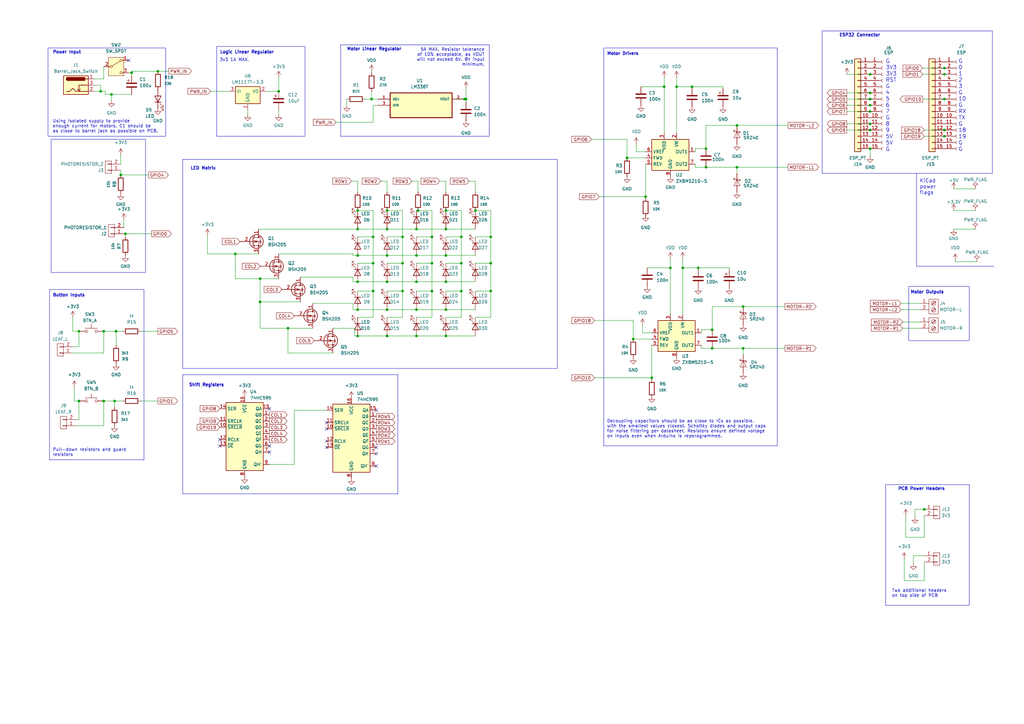
<source format=kicad_sch>
(kicad_sch (version 20230121) (generator eeschema)
  (paper "A3")
  (title_block (title "ESP32 Breadboard Robot Breakout") (date "2024-09-21") (rev "A") (company "C. Varney, A. Walker, K. Jones"))
  (junction (at 283.845 35.56))
  (junction (at 356.87 60.96))
  (junction (at 280.035 109.855))
  (junction (at 146.685 86.36))
  (junction (at 289.56 60.96))
  (junction (at 158.75 127))
  (junction (at 153.035 107.95))
  (junction (at 289.56 68.58))
  (junction (at 182.88 115.57))
  (junction (at 47.625 135.89))
  (junction (at 182.88 137.795))
  (junction (at 201.295 119.38))
  (junction (at 41.275 37.465))
  (junction (at 356.87 53.34))
  (junction (at 292.1 142.875))
  (junction (at 42.545 135.89))
  (junction (at 42.545 164.465))
  (junction (at 286.385 109.855))
  (junction (at 32.385 135.89))
  (junction (at 152.4 40.64))
  (junction (at 158.75 93.98))
  (junction (at 46.99 164.465))
  (junction (at 272.415 35.56))
  (junction (at 158.75 104.775))
  (junction (at 64.77 29.21))
  (junction (at 292.1 135.255))
  (junction (at 165.1 97.155))
  (junction (at 356.87 30.48))
  (junction (at 189.23 97.155))
  (junction (at 387.35 53.34))
  (junction (at 182.88 104.775))
  (junction (at 182.88 93.98))
  (junction (at 146.685 104.775))
  (junction (at 387.35 30.48))
  (junction (at 189.23 107.95))
  (junction (at 379.095 208.915))
  (junction (at 170.815 115.57))
  (junction (at 53.975 29.845))
  (junction (at 257.175 64.77))
  (junction (at 146.685 137.795))
  (junction (at 201.295 97.155))
  (junction (at 190.5 40.64))
  (junction (at 177.165 119.38))
  (junction (at 302.26 68.58))
  (junction (at 387.35 40.64))
  (junction (at 146.685 93.98))
  (junction (at 356.87 38.1))
  (junction (at 49.53 71.755))
  (junction (at 170.815 137.795))
  (junction (at 277.495 35.56))
  (junction (at 201.295 107.95))
  (junction (at 194.945 86.36))
  (junction (at 267.335 154.94))
  (junction (at 153.035 97.155))
  (junction (at 45.72 38.735))
  (junction (at 182.88 86.36))
  (junction (at 171.45 86.36))
  (junction (at 165.1 119.38))
  (junction (at 158.75 86.36))
  (junction (at 304.8 142.875))
  (junction (at 153.035 119.38))
  (junction (at 387.35 27.94))
  (junction (at 146.685 127))
  (junction (at 189.23 119.38))
  (junction (at 264.795 80.645))
  (junction (at 302.26 51.435))
  (junction (at 259.715 139.065))
  (junction (at 356.87 45.72))
  (junction (at 356.87 50.8))
  (junction (at 96.52 104.14))
  (junction (at 114.3 37.465))
  (junction (at 32.385 164.465))
  (junction (at 170.815 93.98))
  (junction (at 356.87 43.18))
  (junction (at 51.435 95.885))
  (junction (at 106.68 123.825))
  (junction (at 165.1 107.95))
  (junction (at 182.88 127))
  (junction (at 106.68 114.3))
  (junction (at 191.135 40.64))
  (junction (at 274.955 109.855))
  (junction (at 177.165 97.155))
  (junction (at 118.11 134.62))
  (junction (at 387.35 55.88))
  (junction (at 170.815 127))
  (junction (at 170.815 104.775))
  (junction (at 146.685 115.57))
  (junction (at 304.8 125.73))
  (junction (at 177.165 107.95))
  (junction (at 356.87 40.64))
  (junction (at 158.75 115.57))
  (junction (at 158.75 137.795))
  (no_connect (at 110.49 167.64))
  (no_connect (at 154.305 186.055))
  (no_connect (at 90.17 182.88))
  (no_connect (at 110.49 185.42))
  (no_connect (at 133.985 175.895))
  (no_connect (at 133.985 180.975))
  (no_connect (at 90.17 180.34))
  (no_connect (at 133.985 173.355))
  (no_connect (at 133.985 183.515))
  (no_connect (at 154.305 183.515))
  (no_connect (at 154.305 168.275))
  (no_connect (at 110.49 182.88))
  (no_connect (at 52.705 24.765))
  (no_connect (at 154.305 191.135))
  (wire (pts (xy 53.975 29.845) (xy 53.975 31.115)))
  (wire (pts (xy 171.45 78.74) (xy 171.45 74.295)))
  (wire (pts (xy 171.45 74.295) (xy 168.91 74.295)))
  (wire (pts (xy 123.19 113.665) (xy 144.78 113.665)))
  (wire (pts (xy 153.035 119.38) (xy 153.035 130.175)))
  (wire (pts (xy 144.78 104.14) (xy 144.78 104.775)))
  (wire (pts (xy 391.16 77.47) (xy 400.05 77.47)))
  (wire (pts (xy 144.78 115.57) (xy 146.685 115.57)))
  (wire (pts (xy 153.035 119.38) (xy 146.685 119.38)))
  (wire (pts (xy 32.385 164.465) (xy 30.48 164.465)))
  (wire (pts (xy 265.43 109.855) (xy 274.955 109.855)))
  (polyline (pts (xy 375.92 109.22) (xy 375.92 71.12)))
  (wire (pts (xy 259.715 139.065) (xy 259.715 131.445)))
  (wire (pts (xy 189.23 86.36) (xy 189.23 97.155)))
  (wire (pts (xy 38.735 32.385) (xy 42.545 32.385)))
  (wire (pts (xy 158.75 137.795) (xy 170.815 137.795)))
  (wire (pts (xy 182.88 93.98) (xy 194.945 93.98)))
  (wire (pts (xy 267.335 136.525) (xy 263.525 136.525)))
  (wire (pts (xy 287.655 135.255) (xy 287.655 136.525)))
  (wire (pts (xy 144.78 124.46) (xy 144.78 127)))
  (wire (pts (xy 41.275 37.465) (xy 38.735 37.465)))
  (wire (pts (xy 201.295 97.155) (xy 201.295 107.95)))
  (wire (pts (xy 146.685 115.57) (xy 158.75 115.57)))
  (wire (pts (xy 189.23 107.95) (xy 189.23 119.38)))
  (wire (pts (xy 286.385 109.855) (xy 286.385 110.49)))
  (wire (pts (xy 158.75 93.98) (xy 170.815 93.98)))
  (wire (pts (xy 189.23 119.38) (xy 189.23 130.175)))
  (wire (pts (xy 274.955 106.045) (xy 274.955 109.855)))
  (wire (pts (xy 170.815 86.36) (xy 171.45 86.36)))
  (wire (pts (xy 158.75 97.155) (xy 165.1 97.155)))
  (wire (pts (xy 38.735 34.925) (xy 41.275 34.925)))
  (wire (pts (xy 114.3 114.3) (xy 106.68 114.3)))
  (wire (pts (xy 370.205 134.62) (xy 377.19 134.62)))
  (wire (pts (xy 391.795 107.315) (xy 400.685 107.315)))
  (wire (pts (xy 31.115 172.085) (xy 32.385 172.085)))
  (wire (pts (xy 47.625 135.89) (xy 50.165 135.89)))
  (wire (pts (xy 182.88 74.295) (xy 180.34 74.295)))
  (wire (pts (xy 379.095 220.345) (xy 379.095 211.455)))
  (wire (pts (xy 182.88 127) (xy 194.945 127)))
  (wire (pts (xy 85.09 96.52) (xy 85.09 104.14)))
  (wire (pts (xy 96.52 104.14) (xy 96.52 114.3)))
  (wire (pts (xy 272.415 35.56) (xy 272.415 54.61)))
  (wire (pts (xy 120.65 190.5) (xy 120.65 168.275)))
  (wire (pts (xy 379.095 220.345) (xy 371.475 220.345)))
  (wire (pts (xy 146.685 137.795) (xy 158.75 137.795)))
  (wire (pts (xy 42.545 164.465) (xy 46.99 164.465)))
  (wire (pts (xy 378.46 27.94) (xy 387.35 27.94)))
  (wire (pts (xy 158.75 74.295) (xy 156.21 74.295)))
  (wire (pts (xy 194.945 74.295) (xy 192.405 74.295)))
  (wire (pts (xy 194.945 97.155) (xy 201.295 97.155)))
  (wire (pts (xy 42.545 144.78) (xy 29.845 144.78)))
  (wire (pts (xy 136.525 134.62) (xy 145.415 134.62)))
  (wire (pts (xy 106.68 134.62) (xy 118.11 134.62)))
  (wire (pts (xy 145.415 137.795) (xy 146.685 137.795)))
  (wire (pts (xy 177.165 97.155) (xy 177.165 107.95)))
  (wire (pts (xy 369.57 127) (xy 377.19 127)))
  (wire (pts (xy 42.545 174.625) (xy 31.115 174.625)))
  (wire (pts (xy 170.815 104.775) (xy 182.88 104.775)))
  (wire (pts (xy 106.045 93.98) (xy 146.685 93.98)))
  (wire (pts (xy 114.3 104.14) (xy 144.78 104.14)))
  (wire (pts (xy 285.115 60.96) (xy 285.115 62.23)))
  (wire (pts (xy 53.975 29.21) (xy 64.77 29.21)))
  (wire (pts (xy 289.56 51.435) (xy 302.26 51.435)))
  (wire (pts (xy 259.715 131.445) (xy 243.84 131.445)))
  (wire (pts (xy 285.115 68.58) (xy 289.56 68.58)))
  (wire (pts (xy 243.84 154.94) (xy 267.335 154.94)))
  (wire (pts (xy 356.87 60.96) (xy 356.87 64.135)))
  (wire (pts (xy 146.685 74.295) (xy 144.145 74.295)))
  (wire (pts (xy 45.72 38.735) (xy 43.18 38.735)))
  (wire (pts (xy 262.89 35.56) (xy 272.415 35.56)))
  (wire (pts (xy 292.1 125.73) (xy 304.8 125.73)))
  (wire (pts (xy 391.16 93.98) (xy 400.05 93.98)))
  (wire (pts (xy 194.945 78.74) (xy 194.945 74.295)))
  (wire (pts (xy 154.94 43.18) (xy 153.035 43.18)))
  (wire (pts (xy 128.27 124.46) (xy 144.78 124.46)))
  (wire (pts (xy 257.175 64.77) (xy 257.175 57.15)))
  (wire (pts (xy 177.165 119.38) (xy 177.165 130.175)))
  (wire (pts (xy 43.18 38.735) (xy 43.18 37.465)))
  (wire (pts (xy 109.22 37.465) (xy 114.3 37.465)))
  (wire (pts (xy 182.88 86.36) (xy 189.23 86.36)))
  (wire (pts (xy 49.53 63.5) (xy 49.53 67.31)))
  (wire (pts (xy 42.545 32.385) (xy 42.545 27.305)))
  (wire (pts (xy 106.68 123.825) (xy 106.68 134.62)))
  (wire (pts (xy 153.035 107.95) (xy 153.035 119.38)))
  (wire (pts (xy 194.945 86.36) (xy 201.295 86.36)))
  (wire (pts (xy 379.095 227.965) (xy 374.65 227.965)))
  (wire (pts (xy 96.52 104.14) (xy 85.09 104.14)))
  (wire (pts (xy 51.435 95.885) (xy 62.23 95.885)))
  (wire (pts (xy 153.035 130.175) (xy 146.685 130.175)))
  (wire (pts (xy 347.345 43.18) (xy 356.87 43.18)))
  (wire (pts (xy 289.56 51.435) (xy 289.56 60.96)))
  (wire (pts (xy 187.325 40.64) (xy 190.5 40.64)))
  (wire (pts (xy 41.275 34.925) (xy 41.275 37.465)))
  (wire (pts (xy 257.175 57.15) (xy 242.57 57.15)))
  (wire (pts (xy 378.46 40.64) (xy 387.35 40.64)))
  (wire (pts (xy 182.88 137.795) (xy 194.945 137.795)))
  (wire (pts (xy 375.285 208.915) (xy 375.285 212.09)))
  (wire (pts (xy 201.295 130.175) (xy 194.945 130.175)))
  (wire (pts (xy 201.295 107.95) (xy 194.945 107.95)))
  (wire (pts (xy 165.1 119.38) (xy 165.1 130.175)))
  (wire (pts (xy 260.985 62.23) (xy 260.985 59.055)))
  (wire (pts (xy 189.23 107.95) (xy 182.88 107.95)))
  (wire (pts (xy 201.295 107.95) (xy 201.295 119.38)))
  (wire (pts (xy 42.545 164.465) (xy 42.545 174.625)))
  (wire (pts (xy 189.23 130.175) (xy 182.88 130.175)))
  (wire (pts (xy 101.6 45.085) (xy 101.6 46.99)))
  (wire (pts (xy 190.5 40.64) (xy 191.135 40.64)))
  (wire (pts (xy 29.845 142.24) (xy 32.385 142.24)))
  (wire (pts (xy 304.8 125.73) (xy 321.945 125.73)))
  (wire (pts (xy 165.1 130.175) (xy 158.75 130.175)))
  (wire (pts (xy 264.795 62.23) (xy 260.985 62.23)))
  (wire (pts (xy 64.77 135.89) (xy 57.785 135.89)))
  (wire (pts (xy 277.495 35.56) (xy 277.495 54.61)))
  (wire (pts (xy 182.88 115.57) (xy 194.945 115.57)))
  (wire (pts (xy 106.68 114.3) (xy 106.68 123.825)))
  (wire (pts (xy 264.795 88.9) (xy 264.795 88.265)))
  (wire (pts (xy 391.16 86.36) (xy 400.05 86.36)))
  (wire (pts (xy 321.945 142.875) (xy 304.8 142.875)))
  (wire (pts (xy 347.345 40.64) (xy 356.87 40.64)))
  (wire (pts (xy 158.75 78.74) (xy 158.75 74.295)))
  (wire (pts (xy 114.3 31.75) (xy 114.3 37.465)))
  (wire (pts (xy 280.035 109.855) (xy 280.035 128.905)))
  (wire (pts (xy 171.45 86.36) (xy 177.165 86.36)))
  (wire (pts (xy 32.385 142.24) (xy 32.385 135.89)))
  (wire (pts (xy 60.96 71.755) (xy 49.53 71.755)))
  (wire (pts (xy 153.035 50.165) (xy 137.795 50.165)))
  (wire (pts (xy 177.165 130.175) (xy 170.815 130.175)))
  (wire (pts (xy 379.095 238.125) (xy 370.84 238.125)))
  (wire (pts (xy 374.65 227.965) (xy 374.65 231.14)))
  (wire (pts (xy 64.77 29.21) (xy 69.215 29.21)))
  (wire (pts (xy 379.095 53.34) (xy 387.35 53.34)))
  (wire (pts (xy 170.815 97.155) (xy 177.165 97.155)))
  (wire (pts (xy 201.295 119.38) (xy 194.945 119.38)))
  (wire (pts (xy 285.115 60.96) (xy 289.56 60.96)))
  (wire (pts (xy 267.335 163.195) (xy 267.335 162.56)))
  (wire (pts (xy 177.165 107.95) (xy 170.815 107.95)))
  (wire (pts (xy 356.87 30.48) (xy 347.345 30.48)))
  (wire (pts (xy 146.685 78.74) (xy 146.685 74.295)))
  (wire (pts (xy 272.415 31.75) (xy 272.415 35.56)))
  (wire (pts (xy 114.3 45.085) (xy 114.3 46.99)))
  (wire (pts (xy 286.385 109.855) (xy 299.085 109.855)))
  (wire (pts (xy 379.095 208.915) (xy 375.285 208.915)))
  (wire (pts (xy 371.475 211.455) (xy 371.475 220.345)))
  (wire (pts (xy 287.655 135.255) (xy 292.1 135.255)))
  (wire (pts (xy 201.295 119.38) (xy 201.295 130.175)))
  (wire (pts (xy 30.48 158.75) (xy 30.48 164.465)))
  (wire (pts (xy 347.345 38.1) (xy 356.87 38.1)))
  (wire (pts (xy 289.56 68.58) (xy 302.26 68.58)))
  (wire (pts (xy 379.73 208.915) (xy 379.095 208.915)))
  (wire (pts (xy 45.72 38.735) (xy 45.72 41.275)))
  (wire (pts (xy 96.52 114.3) (xy 106.68 114.3)))
  (wire (pts (xy 267.335 141.605) (xy 267.335 154.94)))
  (wire (pts (xy 158.75 86.36) (xy 165.1 86.36)))
  (wire (pts (xy 201.295 86.36) (xy 201.295 97.155)))
  (wire (pts (xy 182.88 78.74) (xy 182.88 74.295)))
  (wire (pts (xy 146.685 127) (xy 158.75 127)))
  (wire (pts (xy 64.77 164.465) (xy 57.785 164.465)))
  (wire (pts (xy 264.795 67.31) (xy 264.795 80.645)))
  (wire (pts (xy 189.23 97.155) (xy 189.23 107.95)))
  (wire (pts (xy 146.685 104.775) (xy 158.75 104.775)))
  (wire (pts (xy 165.1 107.95) (xy 158.75 107.95)))
  (wire (pts (xy 165.1 97.155) (xy 165.1 107.95)))
  (wire (pts (xy 144.78 127) (xy 146.685 127)))
  (wire (pts (xy 32.385 135.89) (xy 29.845 135.89)))
  (wire (pts (xy 191.135 36.195) (xy 191.135 40.64)))
  (wire (pts (xy 369.57 124.46) (xy 377.19 124.46)))
  (wire (pts (xy 165.1 119.38) (xy 158.75 119.38)))
  (wire (pts (xy 46.99 164.465) (xy 50.165 164.465)))
  (wire (pts (xy 144.78 113.665) (xy 144.78 115.57)))
  (wire (pts (xy 170.815 93.98) (xy 182.88 93.98)))
  (wire (pts (xy 110.49 190.5) (xy 120.65 190.5)))
  (wire (pts (xy 170.815 127) (xy 182.88 127)))
  (wire (pts (xy 182.88 97.155) (xy 189.23 97.155)))
  (wire (pts (xy 245.745 80.645) (xy 264.795 80.645)))
  (wire (pts (xy 264.795 80.645) (xy 264.795 81.28)))
  (wire (pts (xy 42.545 135.89) (xy 42.545 144.78)))
  (wire (pts (xy 52.705 29.845) (xy 53.975 29.845)))
  (wire (pts (xy 170.815 115.57) (xy 182.88 115.57)))
  (wire (pts (xy 118.11 134.62) (xy 118.11 144.78)))
  (wire (pts (xy 280.035 109.855) (xy 286.385 109.855)))
  (wire (pts (xy 182.88 104.775) (xy 194.945 104.775)))
  (wire (pts (xy 49.53 71.755) (xy 49.53 69.85)))
  (wire (pts (xy 165.1 86.36) (xy 165.1 97.155)))
  (wire (pts (xy 177.165 107.95) (xy 177.165 119.38)))
  (wire (pts (xy 277.495 35.56) (xy 283.845 35.56)))
  (wire (pts (xy 86.36 37.465) (xy 93.98 37.465)))
  (wire (pts (xy 152.4 29.21) (xy 152.4 29.845)))
  (wire (pts (xy 302.26 71.12) (xy 302.26 68.58)))
  (wire (pts (xy 191.135 40.64) (xy 191.135 41.91)))
  (wire (pts (xy 287.655 142.875) (xy 292.1 142.875)))
  (wire (pts (xy 118.11 144.78) (xy 136.525 144.78)))
  (wire (pts (xy 283.845 35.56) (xy 296.545 35.56)))
  (wire (pts (xy 280.035 106.045) (xy 280.035 109.855)))
  (wire (pts (xy 347.345 53.34) (xy 356.87 53.34)))
  (wire (pts (xy 145.415 134.62) (xy 145.415 137.795)))
  (wire (pts (xy 96.52 103.505) (xy 96.52 104.14)))
  (wire (pts (xy 153.035 97.155) (xy 153.035 107.95)))
  (wire (pts (xy 292.1 142.875) (xy 304.8 142.875)))
  (wire (pts (xy 259.715 139.065) (xy 267.335 139.065)))
  (wire (pts (xy 149.86 40.64) (xy 152.4 40.64)))
  (wire (pts (xy 285.115 68.58) (xy 285.115 67.31)))
  (wire (pts (xy 370.205 132.08) (xy 377.19 132.08)))
  (wire (pts (xy 391.795 106.68) (xy 391.795 107.315)))
  (wire (pts (xy 47.625 135.89) (xy 47.625 141.605)))
  (polyline (pts (xy 407.67 109.22) (xy 375.92 109.22)))
  (wire (pts (xy 153.035 86.36) (xy 153.035 97.155)))
  (wire (pts (xy 158.75 127) (xy 170.815 127)))
  (wire (pts (xy 292.1 125.73) (xy 292.1 135.255)))
  (wire (pts (xy 287.655 142.875) (xy 287.655 141.605)))
  (wire (pts (xy 158.75 115.57) (xy 170.815 115.57)))
  (wire (pts (xy 32.385 172.085) (xy 32.385 164.465)))
  (wire (pts (xy 302.26 51.435) (xy 323.215 51.435)))
  (wire (pts (xy 189.23 119.38) (xy 182.88 119.38)))
  (wire (pts (xy 146.685 86.36) (xy 153.035 86.36)))
  (wire (pts (xy 379.095 55.88) (xy 387.35 55.88)))
  (wire (pts (xy 274.955 109.855) (xy 274.955 128.905)))
  (wire (pts (xy 43.18 37.465) (xy 41.275 37.465)))
  (wire (pts (xy 29.845 130.175) (xy 29.845 135.89)))
  (wire (pts (xy 263.525 136.525) (xy 263.525 133.35)))
  (wire (pts (xy 379.095 230.505) (xy 379.095 238.125)))
  (wire (pts (xy 177.165 86.36) (xy 177.165 97.155)))
  (wire (pts (xy 51.435 95.885) (xy 50.8 95.885)))
  (wire (pts (xy 153.035 43.18) (xy 153.035 50.165)))
  (wire (pts (xy 144.78 104.775) (xy 146.685 104.775)))
  (wire (pts (xy 323.215 68.58) (xy 302.26 68.58)))
  (wire (pts (xy 118.11 134.62) (xy 128.27 134.62)))
  (wire (pts (xy 96.52 104.14) (xy 106.045 104.14)))
  (wire (pts (xy 378.46 30.48) (xy 387.35 30.48)))
  (wire (pts (xy 53.975 29.21) (xy 53.975 29.845)))
  (wire (pts (xy 347.345 45.72) (xy 356.87 45.72)))
  (wire (pts (xy 267.335 154.94) (xy 267.335 155.575)))
  (wire (pts (xy 106.68 123.825) (xy 123.19 123.825)))
  (wire (pts (xy 42.545 135.89) (xy 47.625 135.89)))
  (wire (pts (xy 257.175 64.77) (xy 264.795 64.77)))
  (wire (pts (xy 142.24 40.64) (xy 142.24 43.18)))
  (wire (pts (xy 50.8 90.17) (xy 50.8 93.345)))
  (wire (pts (xy 177.165 119.38) (xy 170.815 119.38)))
  (wire (pts (xy 152.4 40.64) (xy 154.94 40.64)))
  (wire (pts (xy 46.99 167.005) (xy 46.99 164.465)))
  (wire (pts (xy 146.685 93.98) (xy 158.75 93.98)))
  (wire (pts (xy 299.085 109.855) (xy 299.085 110.49)))
  (wire (pts (xy 153.035 107.95) (xy 146.685 107.95)))
  (wire (pts (xy 53.975 38.735) (xy 45.72 38.735)))
  (wire (pts (xy 304.8 145.415) (xy 304.8 142.875)))
  (wire (pts (xy 296.545 35.56) (xy 296.545 36.195)))
  (wire (pts (xy 283.845 35.56) (xy 283.845 36.195)))
  (wire (pts (xy 347.345 50.8) (xy 356.87 50.8)))
  (wire (pts (xy 146.685 97.155) (xy 153.035 97.155)))
  (wire (pts (xy 277.495 31.75) (xy 277.495 35.56)))
  (wire (pts (xy 152.4 37.465) (xy 152.4 40.64)))
  (wire (pts (xy 120.65 168.275) (xy 133.985 168.275)))
  (wire (pts (xy 158.75 104.775) (xy 170.815 104.775)))
  (wire (pts (xy 51.435 97.155) (xy 51.435 95.885)))
  (wire (pts (xy 170.815 137.795) (xy 182.88 137.795)))
  (wire (pts (xy 370.84 229.235) (xy 370.84 238.125)))
  (wire (pts (xy 165.1 107.95) (xy 165.1 119.38)))
  (rectangle (start 74.93 65.405) (end 228.6 151.13))
  (rectangle (start 247.65 19.685) (end 318.77 182.88))
  (rectangle (start 19.685 19.685) (end 67.945 55.88))
  (rectangle (start 363.22 198.755) (end 397.51 248.285))
  (rectangle (start 88.9 19.05) (end 125.095 55.88))
  (rectangle (start 74.93 153.67) (end 163.195 202.565))
  (rectangle (start 139.7 18.415) (end 200.66 55.88))
  (rectangle (start 337.185 12.7) (end 407.035 71.12))
  (rectangle (start 372.745 117.475) (end 397.51 139.7))
  (rectangle (start 20.955 57.15) (end 59.69 111.76))
  (rectangle (start 20.32 118.745) (end 59.055 188.595))
  (text "5A MAX. Resistor tolerance\nof 10% acceptable, as VOUT\nwill not exceed 6V. 8V input\nminimum." (at 198.755 27.305 0) (effects (font (size 1.27 1.27)) (justify right bottom)))
  (text "Motor Outputs" (at 373.38 120.65 0) (effects (font (size 1.27 1.27) bold) (justify left bottom)))
  (text "Motor Linear Regulator" (at 142.24 20.955 0) (effects (font (size 1.27 1.27) bold) (justify left bottom)))
  (text "G\n3V3\n3V3\nRST\nG\n4\n5\n6\n7\nG\n8\n9\n5V\n5V\nG" (at 363.22 62.23 0) (effects (font (size 1.6 1.6)) (justify left bottom)))
  (text "Button Inputs" (at 21.59 121.92 0) (effects (font (size 1.27 1.27) (thickness 0.254) bold) (justify left bottom)))
  (text "Two additional headers\non top side of PCB" (at 365.76 245.11 0) (effects (font (size 1.27 1.27)) (justify left bottom)))
  (text "3v3 1A MAX." (at 102.235 25.4 0) (effects (font (size 1.27 1.27)) (justify right bottom)))
  (text "LED Matrix" (at 78.105 69.85 0) (effects (font (size 1.27 1.27) bold) (justify left bottom)))
  (text "KiCad \npower \nflags" (at 377.19 80.01 0) (effects (font (size 1.4986 1.4986)) (justify left bottom)))
  (text "Motor Drivers" (at 248.92 22.86 0) (effects (font (size 1.27 1.27) (thickness 0.254) bold) (justify left bottom)))
  (text "Logic Linear Regulator" (at 90.17 22.225 0) (effects (font (size 1.27 1.27) bold) (justify left bottom)))
  (text "G\n0\n1\n2\n3\nG\n10\nG\nRX\nTX\nG\n18\n19\nG\nG" (at 393.065 62.23 0) (effects (font (size 1.6 1.6)) (justify left bottom)))
  (text "Pull-down resistors and guard\nresistors" (at 21.59 187.325 0) (effects (font (size 1.27 1.27)) (justify left bottom)))
  (text "Shift Registers" (at 77.47 158.75 0) (effects (font (size 1.27 1.27) bold) (justify left bottom)))
  (text "Decoupling capacitors should be as close to ICs as possible,\nwith the smallest values closest. Schottky diodes and output caps\nfor noise filtering per datasheet. Resistors ensure defined voltage\non inputs even when Arduino is reporogrammed." (at 248.92 179.705 0) (effects (font (size 1.27 1.27)) (justify left bottom)))
  (text "PCB Power Headers" (at 368.3 201.295 0) (effects (font (size 1.27 1.27) bold) (justify left bottom)))
  (text "ESP32 Connector" (at 344.17 15.24 0) (effects (font (size 1.27 1.27) (thickness 0.254) bold) (justify left bottom)))
  (text "Using isolated supply to provide\nenough current for motors. C1 should be \nas close to barrel jack as possible on PCB." (at 21.59 54.61 0) (effects (font (size 1.27 1.27)) (justify left bottom)))
  (text "Power Input" (at 21.59 22.225 0) (effects (font (size 1.27 1.27) bold) (justify left bottom)))
  (global_label "MOTOR-L2" (shape output) (at 323.215 51.435 0) (property "Intersheetrefs" "${INTERSHEET_REFS}" (effects hide)))
  (global_label "MOTOR-R1" (shape output) (at 321.945 142.875 0) (property "Intersheetrefs" "${INTERSHEET_REFS}" (effects hide)))
  (global_label "ROW3" (shape input) (at 168.91 74.295 180) (property "Intersheetrefs" "${INTERSHEET_REFS}" (effects hide)))
  (global_label "COL2" (shape input) (at 106.68 109.22 180) (property "Intersheetrefs" "${INTERSHEET_REFS}" (effects hide)))
  (global_label "GPIO7" (shape input) (at 245.745 80.645 180) (property "Intersheetrefs" "${INTERSHEET_REFS}" (effects hide)))
  (global_label "COL4" (shape output) (at 110.49 177.8 0) (property "Intersheetrefs" "${INTERSHEET_REFS}" (effects hide)))
  (global_label "GPIO0" (shape input) (at 378.46 27.94 180) (property "Intersheetrefs" "${INTERSHEET_REFS}" (effects hide)))
  (global_label "COL2" (shape output) (at 110.49 172.72 0) (property "Intersheetrefs" "${INTERSHEET_REFS}" (effects hide)))
  (global_label "MOTOR-R1" (shape input) (at 370.205 134.62 180) (property "Intersheetrefs" "${INTERSHEET_REFS}" (effects hide)))
  (global_label "GPIO0" (shape output) (at 62.23 95.885 0) (property "Intersheetrefs" "${INTERSHEET_REFS}" (effects hide)))
  (global_label "GPIO7" (shape output) (at 347.345 45.72 180) (property "Intersheetrefs" "${INTERSHEET_REFS}" (effects hide)))
  (global_label "GPIO19" (shape input) (at 379.095 55.88 180) (property "Intersheetrefs" "${INTERSHEET_REFS}" (effects hide)))
  (global_label "GPIO19" (shape input) (at 90.17 175.26 180) (property "Intersheetrefs" "${INTERSHEET_REFS}" (effects hide)))
  (global_label "MOTOR-L1" (shape input) (at 369.57 124.46 180) (property "Intersheetrefs" "${INTERSHEET_REFS}" (effects hide)))
  (global_label "ROW2" (shape output) (at 154.305 178.435 0) (property "Intersheetrefs" "${INTERSHEET_REFS}" (effects hide)))
  (global_label "ROW1" (shape input) (at 144.145 74.295 180) (property "Intersheetrefs" "${INTERSHEET_REFS}" (effects hide)))
  (global_label "MOTOR-L1" (shape output) (at 323.215 68.58 0) (property "Intersheetrefs" "${INTERSHEET_REFS}" (effects hide)))
  (global_label "GPIO9" (shape output) (at 347.345 53.34 180) (property "Intersheetrefs" "${INTERSHEET_REFS}" (effects hide)))
  (global_label "GPIO4" (shape output) (at 60.96 71.755 0) (property "Intersheetrefs" "${INTERSHEET_REFS}" (effects hide)))
  (global_label "GPIO9" (shape input) (at 90.17 172.72 180) (property "Intersheetrefs" "${INTERSHEET_REFS}" (effects hide)))
  (global_label "MOTOR-R2" (shape input) (at 370.205 132.08 180) (property "Intersheetrefs" "${INTERSHEET_REFS}" (effects hide)))
  (global_label "MOTOR-R2" (shape output) (at 321.945 125.73 0) (property "Intersheetrefs" "${INTERSHEET_REFS}" (effects hide)))
  (global_label "GPIO10" (shape output) (at 378.46 40.64 180) (property "Intersheetrefs" "${INTERSHEET_REFS}" (effects hide)))
  (global_label "COL3" (shape input) (at 115.57 118.745 180) (property "Intersheetrefs" "${INTERSHEET_REFS}" (effects hide)))
  (global_label "GPIO18" (shape input) (at 243.84 131.445 180) (property "Intersheetrefs" "${INTERSHEET_REFS}" (effects hide)))
  (global_label "COL1" (shape input) (at 98.425 99.06 180) (property "Intersheetrefs" "${INTERSHEET_REFS}" (effects hide)))
  (global_label "ROW3" (shape output) (at 154.305 175.895 0) (property "Intersheetrefs" "${INTERSHEET_REFS}" (effects hide)))
  (global_label "ROW4" (shape input) (at 180.34 74.295 180) (property "Intersheetrefs" "${INTERSHEET_REFS}" (effects hide)))
  (global_label "COL5" (shape output) (at 110.49 180.34 0) (property "Intersheetrefs" "${INTERSHEET_REFS}" (effects hide)))
  (global_label "PWR_IN" (shape input) (at 137.795 50.165 180) (property "Intersheetrefs" "${INTERSHEET_REFS}" (effects hide)))
  (global_label "ROW2" (shape input) (at 156.21 74.295 180) (property "Intersheetrefs" "${INTERSHEET_REFS}" (effects hide)))
  (global_label "GPIO1" (shape output) (at 64.77 164.465 0) (property "Intersheetrefs" "${INTERSHEET_REFS}" (effects hide)))
  (global_label "GPIO6" (shape input) (at 242.57 57.15 180) (property "Intersheetrefs" "${INTERSHEET_REFS}" (effects hide)))
  (global_label "COL4" (shape input) (at 120.65 129.54 180) (property "Intersheetrefs" "${INTERSHEET_REFS}" (effects hide)))
  (global_label "GPIO4" (shape output) (at 347.345 38.1 180) (property "Intersheetrefs" "${INTERSHEET_REFS}" (effects hide)))
  (global_label "GPIO8" (shape input) (at 90.17 167.64 180) (property "Intersheetrefs" "${INTERSHEET_REFS}" (effects hide)))
  (global_label "PWR_IN" (shape input) (at 86.36 37.465 180) (property "Intersheetrefs" "${INTERSHEET_REFS}" (effects hide)))
  (global_label "GPIO5" (shape output) (at 64.77 135.89 0) (property "Intersheetrefs" "${INTERSHEET_REFS}" (effects hide)))
  (global_label "GPIO18" (shape input) (at 379.095 53.34 180) (property "Intersheetrefs" "${INTERSHEET_REFS}" (effects hide)))
  (global_label "COL1" (shape output) (at 110.49 170.18 0) (property "Intersheetrefs" "${INTERSHEET_REFS}" (effects hide)))
  (global_label "MOTOR-L2" (shape input) (at 369.57 127 180) (property "Intersheetrefs" "${INTERSHEET_REFS}" (effects hide)))
  (global_label "GPIO5" (shape output) (at 347.345 40.64 180) (property "Intersheetrefs" "${INTERSHEET_REFS}" (effects hide)))
  (global_label "GPIO1" (shape input) (at 378.46 30.48 180) (property "Intersheetrefs" "${INTERSHEET_REFS}" (effects hide)))
  (global_label "GPIO8" (shape output) (at 347.345 50.8 180) (property "Intersheetrefs" "${INTERSHEET_REFS}" (effects hide)))
  (global_label "COL3" (shape output) (at 110.49 175.26 0) (property "Intersheetrefs" "${INTERSHEET_REFS}" (effects hide)))
  (global_label "ROW5" (shape input) (at 192.405 74.295 180) (property "Intersheetrefs" "${INTERSHEET_REFS}" (effects hide)))
  (global_label "GPIO6" (shape output) (at 347.345 43.18 180) (property "Intersheetrefs" "${INTERSHEET_REFS}" (effects hide)))
  (global_label "GPIO10" (shape input) (at 243.84 154.94 180) (property "Intersheetrefs" "${INTERSHEET_REFS}" (effects hide)))
  (global_label "PWR_IN" (shape output) (at 69.215 29.21 0) (property "Intersheetrefs" "${INTERSHEET_REFS}" (effects hide)))
  (global_label "ROW1" (shape output) (at 154.305 180.975 0) (property "Intersheetrefs" "${INTERSHEET_REFS}" (effects hide)))
  (global_label "ROW5" (shape output) (at 154.305 170.815 0) (property "Intersheetrefs" "${INTERSHEET_REFS}" (effects hide)))
  (global_label "COL5" (shape input) (at 128.905 139.7 180) (property "Intersheetrefs" "${INTERSHEET_REFS}" (effects hide)))
  (global_label "ROW4" (shape output) (at 154.305 173.355 0) (property "Intersheetrefs" "${INTERSHEET_REFS}" (effects hide)))
  (symbol (lib_id "Driver_Motor:ZXBM5210-S") (at 277.495 139.065 0) (unit 1)
    (property "Reference" "U3" (at 279.6891 146.05 0) (effects (justify left)))
    (property "Value" "ZXBM5210-S" (at 279.6891 148.59 0) (effects (justify left)))
    (property "Footprint" "Package_SO:SOIC-8_3.9x4.9mm_P1.27mm" (effects hide))
    (property "Datasheet" "https://www.diodes.com/assets/Datasheets/ZXBM5210.pdf" (effects hide))
  )
  (symbol (lib_id "74xx:74HC595") (at 144.145 178.435 0) (unit 1)
    (property "Reference" "U5" (at 146.3391 161.29 0) (effects (justify left)))
    (property "Value" "74HC595" (at 146.3391 163.83 0) (effects (justify left)))
    (property "Footprint" "Package_SO:SOIC-16_4.55x10.3mm_P1.27mm" (effects hide))
    (property "Datasheet" "http://www.ti.com/lit/ds/symlink/sn74hc595.pdf" (effects hide))
  )
  (symbol (lib_id "power:+5V") (at 391.16 77.47 0) (unit 1)
    (property "Reference" "#PWR038" (effects hide))
    (property "Value" "+5V" (at 391.16 73.914 0))
  )
  (symbol (lib_id "power:GND") (at 114.3 46.99 0) (unit 1)
    (property "Reference" "#PWR034" (effects hide))
    (property "Value" "GND" (at 114.3 51.435 0))
  )
  (symbol (lib_id "power:GND") (at 283.845 43.815 0) (unit 1)
    (property "Reference" "#PWR024" (effects hide))
    (property "Value" "GND" (at 283.845 48.895 0))
  )
  (symbol (lib_id "enel200_uc_kicad7:UC_D_SCHOTTKY") (at 304.8 129.54 90) (unit 1)
    (property "Reference" "D3" (at 308.61 128.905 90))
    (property "Value" "SR240" (at 310.515 130.81 90))
    (property "Footprint" "Diode_THT:D_DO-35_SOD27_P2.54mm_Vertical_AnodeUp" (effects hide))
  )
  (symbol (lib_id "power:GND") (at 46.99 174.625 0) (unit 1)
    (property "Reference" "#PWR047" (effects hide))
    (property "Value" "GND" (at 46.99 179.07 0))
  )
  (symbol (lib_id "power:VDD") (at 263.525 133.35 0) (unit 1)
    (property "Reference" "#PWR014" (effects hide))
    (property "Value" "VDD" (at 263.525 128.27 0))
  )
  (symbol (lib_id "enel200_uc_kicad7:UC_R") (at 267.335 159.385 0) (unit 1)
    (property "Reference" "R6" (at 271.78 157.48 0))
    (property "Value" "10K" (at 271.78 160.02 0) (effects (font (size 1.016 1.016))))
    (property "Footprint" "Resistor_THT:R_Axial_DIN0207_L6.3mm_D2.5mm_P2.54mm_Vertical" (effects hide))
  )
  (symbol (lib_id "power:GND") (at 296.545 43.815 0) (unit 1)
    (property "Reference" "#PWR026" (effects hide))
    (property "Value" "GND" (at 296.545 48.895 0))
  )
  (symbol (lib_id "Device:LED") (at 194.945 111.76 270) (unit 1)
    (property "Reference" "D28" (at 200.025 112.395 90) (effects (justify right)))
    (property "Value" "LED" (at 200.025 109.855 90) (effects (justify right)))
    (property "Footprint" "LED_SMD:LED_1206_3216Metric_Pad1.42x1.75mm_HandSolder" (effects hide))
  )
  (symbol (lib_id "power:GND") (at 277.495 146.685 0) (unit 1)
    (property "Reference" "#PWR022" (effects hide))
    (property "Value" "GND" (at 277.495 151.13 0))
  )
  (symbol (lib_id "enel200_uc_kicad7:UC_CONN_01X02") (at 26.035 173.355 180) (unit 1)
    (property "Reference" "J9" (at 26.035 166.37 0))
    (property "Value" "LEAF_R" (at 26.035 168.91 0))
    (property "Footprint" "Connector_PinHeader_2.54mm:PinHeader_1x02_P2.54mm_Vertical" (effects hide))
  )
  (symbol (lib_id "power:GND") (at 100.33 195.58 0) (unit 1)
    (property "Reference" "#PWR042" (effects hide))
    (property "Value" "GND" (at 100.33 200.025 0))
  )
  (symbol (lib_id "power:+3.3V") (at 391.16 86.36 0) (unit 1)
    (property "Reference" "#PWR039" (effects hide))
    (property "Value" "+3.3V" (at 391.16 82.804 0))
  )
  (symbol (lib_id "power:GND") (at 144.145 196.215 0) (unit 1)
    (property "Reference" "#PWR043" (effects hide))
    (property "Value" "GND" (at 144.145 200.66 0))
  )
  (symbol (lib_id "Device:LED") (at 170.815 90.17 270) (unit 1)
    (property "Reference" "D16" (at 175.895 90.17 90) (effects (justify right)))
    (property "Value" "LED" (at 175.895 87.63 90) (effects (justify right)))
    (property "Footprint" "LED_SMD:LED_1206_3216Metric_Pad1.42x1.75mm_HandSolder" (effects hide))
  )
  (symbol (lib_id "enel200_uc_kicad7:UC_C") (at 283.845 40.005 0) (unit 1)
    (property "Reference" "C5" (at 287.655 38.735 0) (effects (justify left)))
    (property "Value" "100n" (at 287.655 41.275 0) (effects (justify left)))
    (property "Footprint" "Capacitor_THT:C_Rect_L4.6mm_W3.0mm_P2.50mm_MKS02_FKP02" (effects hide))
  )
  (symbol (lib_id "enel200_uc_kicad7:UC_CP") (at 53.975 34.925 0) (unit 1)
    (property "Reference" "C1" (at 57.15 32.534 0) (effects (justify left)))
    (property "Value" "100u" (at 57.15 35.074 0) (effects (justify left)))
    (property "Footprint" "Capacitor_THT:CP_Radial_D8.0mm_P3.50mm" (effects hide))
  )
  (symbol (lib_id "enel200_uc_kicad7:UC_SW_Push") (at 37.465 135.89 0) (unit 1)
    (property "Reference" "SW3" (at 36.83 128.905 0))
    (property "Value" "BTN_A" (at 36.83 131.445 0))
    (property "Footprint" "Button_Switch_THT:SW_PUSH_6mm_H5mm" (effects hide))
  )
  (symbol (lib_id "74xx:74HC595") (at 100.33 177.8 0) (unit 1)
    (property "Reference" "U4" (at 102.5241 160.655 0) (effects (justify left)))
    (property "Value" "74HC595" (at 102.5241 163.195 0) (effects (justify left)))
    (property "Footprint" "Package_SO:SOIC-16_4.55x10.3mm_P1.27mm" (effects hide))
    (property "Datasheet" "http://www.ti.com/lit/ds/symlink/sn74hc595.pdf" (effects hide))
  )
  (symbol (lib_id "power:PWR_FLAG") (at 400.05 77.47 0) (unit 1)
    (property "Reference" "#FLG01" (effects hide))
    (property "Value" "PWR_FLAG" (at 400.05 73.66 0))
  )
  (symbol (lib_id "Device:LED") (at 158.75 123.19 270) (unit 1)
    (property "Reference" "D14" (at 163.83 123.825 90) (effects (justify right)))
    (property "Value" "LED" (at 163.83 121.285 90) (effects (justify right)))
    (property "Footprint" "LED_SMD:LED_1206_3216Metric_Pad1.42x1.75mm_HandSolder" (effects hide))
  )
  (symbol (lib_id "power:+3V3") (at 49.53 63.5 0) (unit 1)
    (property "Reference" "#PWR057" (effects hide))
    (property "Value" "+3V3" (at 49.53 58.42 0))
  )
  (symbol (lib_id "power:GND") (at 47.625 149.225 0) (unit 1)
    (property "Reference" "#PWR045" (effects hide))
    (property "Value" "GND" (at 47.625 153.67 0))
  )
  (symbol (lib_id "power:VDD") (at 191.135 36.195 0) (unit 1)
    (property "Reference" "#PWR08" (effects hide))
    (property "Value" "VDD" (at 191.135 31.75 0))
  )
  (symbol (lib_id "power:+3V3") (at 85.09 96.52 0) (unit 1)
    (property "Reference" "#PWR05" (effects hide))
    (property "Value" "+3V3" (at 85.09 92.075 0))
  )
  (symbol (lib_id "Device:LED") (at 182.88 90.17 270) (unit 1)
    (property "Reference" "D21" (at 187.96 90.17 90) (effects (justify right)))
    (property "Value" "LED" (at 187.96 87.63 90) (effects (justify right)))
    (property "Footprint" "LED_SMD:LED_1206_3216Metric_Pad1.42x1.75mm_HandSolder" (effects hide))
  )
  (symbol (lib_id "power:PWR_FLAG") (at 400.685 107.315 0) (unit 1)
    (property "Reference" "#FLG04" (effects hide))
    (property "Value" "PWR_FLAG" (at 400.685 103.505 0))
  )
  (symbol (lib_id "enel200_uc_kicad7:UC_R") (at 257.175 68.58 0) (unit 1)
    (property "Reference" "R3" (at 255.27 67.945 0) (effects (justify right)))
    (property "Value" "10K" (at 255.27 70.485 0) (effects (font (size 1.016 1.016)) (justify right)))
    (property "Footprint" "Resistor_THT:R_Axial_DIN0207_L6.3mm_D2.5mm_P2.54mm_Vertical" (effects hide))
  )
  (symbol (lib_id "power:GND") (at 374.65 231.14 0) (unit 1)
    (property "Reference" "#PWR055" (effects hide))
    (property "Value" "GND" (at 374.65 236.22 0))
  )
  (symbol (lib_id "enel200_uc_kicad7:UC_C") (at 191.135 45.72 0) (unit 1)
    (property "Reference" "C2" (at 194.31 44.45 0) (effects (justify left)))
    (property "Value" "100n" (at 194.31 46.99 0) (effects (justify left)))
    (property "Footprint" "Capacitor_THT:C_Rect_L4.6mm_W3.0mm_P2.50mm_MKS02_FKP02" (effects hide))
  )
  (symbol (lib_id "enel200_uc_kicad7:UC_CONN_01X02") (at 384.175 210.185 0) (unit 1)
    (property "Reference" "J12" (at 386.08 208.915 0) (effects (justify left)))
    (property "Value" "3V3" (at 386.08 211.455 0) (effects (justify left)))
    (property "Footprint" "Connector_PinHeader_2.54mm:PinHeader_1x02_P2.54mm_Vertical" (effects hide))
  )
  (symbol (lib_id "power:+3V3") (at 100.33 162.56 0) (unit 1)
    (property "Reference" "#PWR036" (effects hide))
    (property "Value" "+3V3" (at 100.33 158.115 0))
  )
  (symbol (lib_id "power:VDD") (at 272.415 31.75 0) (unit 1)
    (property "Reference" "#PWR018" (effects hide))
    (property "Value" "VDD" (at 272.415 27.305 0))
  )
  (symbol (lib_id "enel200_uc_kicad7:UC_CONN_01X02") (at 45.72 94.615 180) (unit 1)
    (property "Reference" "J2" (at 43.815 95.885 0) (effects (justify left)))
    (property "Value" "PHOTORESISTOR_1" (at 43.815 93.345 0) (effects (justify left)))
    (property "Footprint" "Connector_PinHeader_2.54mm:PinHeader_1x02_P2.54mm_Vertical" (effects hide))
  )
  (symbol (lib_id "enel200_uc_kicad7:UC_CONN_01X02") (at 384.175 229.235 0) (unit 1)
    (property "Reference" "J13" (at 386.08 227.965 0) (effects (justify left)))
    (property "Value" "3V3" (at 386.08 230.505 0) (effects (justify left)))
    (property "Footprint" "Connector_PinHeader_2.54mm:PinHeader_1x02_P2.54mm_Vertical" (effects hide))
  )
  (symbol (lib_id "Device:LED") (at 158.75 100.965 270) (unit 1)
    (property "Reference" "D12" (at 163.83 101.6 90) (effects (justify right)))
    (property "Value" "LED" (at 163.83 99.06 90) (effects (justify right)))
    (property "Footprint" "LED_SMD:LED_1206_3216Metric_Pad1.42x1.75mm_HandSolder" (effects hide))
  )
  (symbol (lib_id "enel200_uc_kicad7:UC_D_SCHOTTKY") (at 304.8 149.225 90) (unit 1)
    (property "Reference" "D4" (at 309.245 148.59 90))
    (property "Value" "SR240" (at 310.515 150.495 90))
    (property "Footprint" "Diode_THT:D_DO-35_SOD27_P2.54mm_Vertical_AnodeUp" (effects hide))
  )
  (symbol (lib_id "power:+3V3") (at 50.8 90.17 0) (unit 1)
    (property "Reference" "#PWR058" (effects hide))
    (property "Value" "+3V3" (at 50.8 85.725 0))
  )
  (symbol (lib_id "enel200_uc_kicad7:UC_CONN_01X02") (at 44.45 68.58 180) (unit 1)
    (property "Reference" "J3" (at 42.545 69.85 0) (effects (justify left)))
    (property "Value" "PHOTORESISTOR_2" (at 42.545 67.31 0) (effects (justify left)))
    (property "Footprint" "Connector_PinHeader_2.54mm:PinHeader_1x02_P2.54mm_Vertical" (effects hide))
  )
  (symbol (lib_id "enel200_uc_kicad7:UC_Q_PMOS") (at 103.505 99.06 0) (unit 1)
    (property "Reference" "Q1" (at 109.855 97.79 0) (effects (justify left)))
    (property "Value" "BSH205" (at 109.855 100.33 0) (effects (justify left)))
    (property "Footprint" "Package_TO_SOT_SMD:SOT-23-3" (effects hide))
  )
  (symbol (lib_id "power:GND") (at 267.335 162.56 0) (unit 1)
    (property "Reference" "#PWR017" (effects hide))
    (property "Value" "GND" (at 267.335 167.64 0))
  )
  (symbol (lib_id "power:GND") (at 45.72 41.275 0) (unit 1)
    (property "Reference" "#PWR03" (effects hide))
    (property "Value" "GND" (at 45.72 46.355 0))
  )
  (symbol (lib_id "enel200_uc_kicad7:UC_C") (at 262.89 39.37 0) (unit 1)
    (property "Reference" "C3" (at 266.065 38.1 0) (effects (justify left)))
    (property "Value" "100n" (at 266.065 40.64 0) (effects (justify left)))
    (property "Footprint" "Capacitor_THT:C_Rect_L4.6mm_W3.0mm_P2.50mm_MKS02_FKP02" (effects hide))
  )
  (symbol (lib_id "power:+3V3") (at 30.48 158.75 0) (unit 1)
    (property "Reference" "#PWR048" (effects hide))
    (property "Value" "+3V3" (at 30.48 153.67 0))
  )
  (symbol (lib_id "power:GND") (at 142.24 43.18 0) (unit 1)
    (property "Reference" "#PWR01" (effects hide))
    (property "Value" "GND" (at 142.24 47.625 0))
  )
  (symbol (lib_id "enel200_uc_kicad7:UC_C") (at 292.1 139.065 0) (unit 1)
    (property "Reference" "C8" (at 295.275 137.795 0) (effects (justify left)))
    (property "Value" "100n" (at 294.64 139.7 0) (effects (justify left)))
    (property "Footprint" "Capacitor_THT:C_Rect_L4.6mm_W3.0mm_P2.50mm_MKS02_FKP02" (effects hide))
  )
  (symbol (lib_id "power:PWR_FLAG") (at 400.05 93.98 0) (unit 1)
    (property "Reference" "#FLG03" (effects hide))
    (property "Value" "PWR_FLAG" (at 400.05 90.17 0))
  )
  (symbol (lib_id "Device:LED") (at 194.945 100.965 270) (unit 1)
    (property "Reference" "D27" (at 200.025 101.6 90) (effects (justify right)))
    (property "Value" "LED" (at 200.025 99.06 90) (effects (justify right)))
    (property "Footprint" "LED_SMD:LED_1206_3216Metric_Pad1.42x1.75mm_HandSolder" (effects hide))
  )
  (symbol (lib_id "enel200_uc_kicad7:UC_D_SCHOTTKY") (at 302.26 55.245 90) (unit 1)
    (property "Reference" "D1" (at 306.07 54.61 90))
    (property "Value" "SR240" (at 307.975 56.515 90))
    (property "Footprint" "Diode_THT:D_DO-35_SOD27_P2.54mm_Vertical_AnodeUp" (effects hide))
  )
  (symbol (lib_id "Device:LED") (at 194.945 123.19 270) (unit 1)
    (property "Reference" "D29" (at 200.025 123.825 90) (effects (justify right)))
    (property "Value" "LED" (at 200.025 121.285 90) (effects (justify right)))
    (property "Footprint" "LED_SMD:LED_1206_3216Metric_Pad1.42x1.75mm_HandSolder" (effects hide))
  )
  (symbol (lib_id "Connector_Generic:Conn_01x15") (at 351.79 43.18 0) (mirror y) (unit 1)
    (property "Reference" "J14" (at 351.79 67.31 0))
    (property "Value" "ESP_PT" (at 351.79 64.77 0))
    (property "Footprint" "Connector_PinHeader_2.54mm:PinHeader_1x15_P2.54mm_Vertical" (effects hide))
  )
  (symbol (lib_id "enel200_uc_kicad7:UC_R") (at 51.435 100.965 0) (unit 1)
    (property "Reference" "R7" (at 48.895 100.965 90))
    (property "Value" "10k" (at 46.355 100.965 90) (effects (font (size 1.016 1.016))))
    (property "Footprint" "Resistor_THT:R_Axial_DIN0207_L6.3mm_D2.5mm_P2.54mm_Vertical" (effects hide))
  )
  (symbol (lib_id "enel200_uc_kicad7:UC_R") (at 53.975 164.465 270) (unit 1)
    (property "Reference" "R16" (at 53.975 161.29 90))
    (property "Value" "1k" (at 53.975 158.75 90) (effects (font (size 1.016 1.016))))
    (property "Footprint" "Resistor_THT:R_Axial_DIN0207_L6.3mm_D2.5mm_P2.54mm_Vertical" (effects hide))
  )
  (symbol (lib_id "power:GND") (at 302.26 59.055 0) (unit 1)
    (property "Reference" "#PWR028" (effects hide))
    (property "Value" "GND" (at 302.26 64.135 0))
  )
  (symbol (lib_id "Device:LED") (at 146.685 111.76 270) (unit 1)
    (property "Reference" "D8" (at 151.765 112.395 90) (effects (justify right)))
    (property "Value" "LED" (at 151.765 109.855 90) (effects (justify right)))
    (property "Footprint" "LED_SMD:LED_1206_3216Metric_Pad1.42x1.75mm_HandSolder" (effects hide))
  )
  (symbol (lib_id "enel200_uc_kicad7:UC_R") (at 152.4 33.655 180) (unit 1)
    (property "Reference" "R2" (at 155.575 32.385 0) (effects (justify right)))
    (property "Value" "270" (at 155.575 34.925 0) (effects (font (size 1.016 1.016)) (justify right)))
    (property "Footprint" "Resistor_THT:R_Axial_DIN0207_L6.3mm_D2.5mm_P2.54mm_Vertical" (effects hide))
  )
  (symbol (lib_id "Driver_Motor:ZXBM5210-S") (at 274.955 64.77 0) (unit 1)
    (property "Reference" "U2" (at 277.1491 71.755 0) (effects (justify left)))
    (property "Value" "ZXBM5210-S" (at 277.1491 74.295 0) (effects (justify left)))
    (property "Footprint" "Package_SO:SOIC-8_3.9x4.9mm_P1.27mm" (effects hide))
    (property "Datasheet" "https://www.diodes.com/assets/Datasheets/ZXBM5210.pdf" (effects hide))
  )
  (symbol (lib_id "enel200_uc_kicad7:UC_Q_PMOS") (at 133.985 139.7 0) (unit 1)
    (property "Reference" "Q5" (at 139.7 142.24 0) (effects (justify left)))
    (property "Value" "BSH205" (at 139.7 144.78 0) (effects (justify left)))
    (property "Footprint" "Package_TO_SOT_SMD:SOT-23-3" (effects hide))
  )
  (symbol (lib_id "power:GND") (at 391.16 93.98 0) (unit 1)
    (property "Reference" "#PWR040" (effects hide))
    (property "Value" "GND" (at 391.16 97.79 0))
  )
  (symbol (lib_id "Device:LED") (at 146.685 100.965 270) (unit 1)
    (property "Reference" "D7" (at 151.765 101.6 90) (effects (justify right)))
    (property "Value" "LED" (at 151.765 99.06 90) (effects (justify right)))
    (property "Footprint" "LED_SMD:LED_1206_3216Metric_Pad1.42x1.75mm_HandSolder" (effects hide))
  )
  (symbol (lib_id "enel200_uc_kicad7:UC_Screw_Terminal_01X02") (at 382.27 133.35 0) (unit 1)
    (property "Reference" "J5" (at 385.445 132.08 0) (effects (justify left)))
    (property "Value" "MOTOR-R" (at 385.445 134.62 0) (effects (justify left)))
    (property "Footprint" "TerminalBlock_Phoenix:TerminalBlock_Phoenix_MKDS-1,5-2-5.08_1x02_P5.08mm_Horizontal" (effects hide))
  )
  (symbol (lib_id "power:GND") (at 356.87 64.135 0) (unit 1)
    (property "Reference" "#PWR07" (effects hide))
    (property "Value" "GND" (at 356.87 68.58 0))
  )
  (symbol (lib_id "enel200_uc_kicad7:UC_R") (at 146.05 40.64 90) (unit 1)
    (property "Reference" "R1" (at 146.05 34.925 90))
    (property "Value" "820" (at 146.05 37.465 90) (effects (font (size 1.016 1.016))))
    (property "Footprint" "Resistor_THT:R_Axial_DIN0207_L6.3mm_D2.5mm_P2.54mm_Vertical" (effects hide))
  )
  (symbol (lib_id "power:GND") (at 304.8 153.035 0) (unit 1)
    (property "Reference" "#PWR031" (effects hide))
    (property "Value" "GND" (at 304.8 158.115 0))
  )
  (symbol (lib_id "Device:LED") (at 146.685 123.19 270) (unit 1)
    (property "Reference" "D9" (at 151.765 123.825 90) (effects (justify right)))
    (property "Value" "LED" (at 151.765 121.285 90) (effects (justify right)))
    (property "Footprint" "LED_SMD:LED_1206_3216Metric_Pad1.42x1.75mm_HandSolder" (effects hide))
  )
  (symbol (lib_id "Connector:Barrel_Jack_Switch") (at 31.115 34.925 0) (unit 1)
    (property "Reference" "J1" (at 31.115 26.67 0))
    (property "Value" "Barrel_Jack_Switch" (at 31.115 29.21 0))
    (property "Footprint" "Connector_BarrelJack:BarrelJack_Horizontal" (effects hide))
  )
  (symbol (lib_id "Connector:Conn_01x15_Socket") (at 392.43 43.18 0) (unit 1)
    (property "Reference" "J7" (at 393.065 19.05 0) (effects (justify left)))
    (property "Value" "ESP" (at 392.43 21.59 0) (effects (justify left)))
    (property "Footprint" "Connector_PinHeader_2.54mm:PinHeader_1x15_P2.54mm_Vertical" (effects hide))
  )
  (symbol (lib_id "power:GND") (at 49.53 79.375 0) (unit 1)
    (property "Reference" "#PWR044" (effects hide))
    (property "Value" "GND" (at 49.53 83.82 0))
  )
  (symbol (lib_id "power:+3V3") (at 370.84 229.235 0) (unit 1)
    (property "Reference" "#PWR054" (effects hide))
    (property "Value" "+3V3" (at 370.84 224.155 0))
  )
  (symbol (lib_id "power:GND") (at 265.43 117.475 0) (unit 1)
    (property "Reference" "#PWR016" (effects hide))
    (property "Value" "GND" (at 265.43 121.92 0))
  )
  (symbol (lib_id "Device:LED") (at 158.75 111.76 270) (unit 1)
    (property "Reference" "D13" (at 163.83 112.395 90) (effects (justify right)))
    (property "Value" "LED" (at 163.83 109.855 90) (effects (justify right)))
    (property "Footprint" "LED_SMD:LED_1206_3216Metric_Pad1.42x1.75mm_HandSolder" (effects hide))
  )
  (symbol (lib_id "power:GND") (at 375.285 212.09 0) (unit 1)
    (property "Reference" "#PWR056" (effects hide))
    (property "Value" "GND" (at 375.285 217.17 0))
  )
  (symbol (lib_id "enel200_uc_kicad7:UC_R") (at 259.715 142.875 0) (unit 1)
    (property "Reference" "R4" (at 257.81 142.24 0) (effects (justify right)))
    (property "Value" "10K" (at 257.81 144.78 0) (effects (font (size 1.016 1.016)) (justify right)))
    (property "Footprint" "Resistor_THT:R_Axial_DIN0207_L6.3mm_D2.5mm_P2.54mm_Vertical" (effects hide))
  )
  (symbol (lib_id "power:GND") (at 101.6 46.99 0) (unit 1)
    (property "Reference" "#PWR032" (effects hide))
    (property "Value" "GND" (at 101.6 51.435 0))
  )
  (symbol (lib_id "Device:LED") (at 146.685 90.17 270) (unit 1)
    (property "Reference" "D6" (at 151.765 90.17 90) (effects (justify right)))
    (property "Value" "LED" (at 151.765 87.63 90) (effects (justify right)))
    (property "Footprint" "LED_SMD:LED_1206_3216Metric_Pad1.42x1.75mm_HandSolder" (effects hide))
  )
  (symbol (lib_id "Device:LED") (at 170.815 100.965 270) (unit 1)
    (property "Reference" "D17" (at 175.895 101.6 90) (effects (justify right)))
    (property "Value" "LED" (at 175.895 99.06 90) (effects (justify right)))
    (property "Footprint" "LED_SMD:LED_1206_3216Metric_Pad1.42x1.75mm_HandSolder" (effects hide))
  )
  (symbol (lib_id "power:GND") (at 257.175 72.39 0) (unit 1)
    (property "Reference" "#PWR010" (effects hide))
    (property "Value" "GND" (at 257.175 77.47 0))
  )
  (symbol (lib_id "enel200_uc_kicad7:UC_R") (at 171.45 82.55 0) (unit 1)
    (property "Reference" "R12" (at 173.355 81.28 0) (effects (justify left)))
    (property "Value" "100" (at 173.355 83.82 0) (effects (font (size 1.016 1.016)) (justify left)))
    (property "Footprint" "Resistor_THT:R_Axial_DIN0207_L6.3mm_D2.5mm_P2.54mm_Vertical" (effects hide))
  )
  (symbol (lib_id "enel200_uc_kicad7:UC_Q_PMOS") (at 120.65 118.745 0) (unit 1)
    (property "Reference" "Q3" (at 127 117.475 0) (effects (justify left)))
    (property "Value" "BSH205" (at 127 120.015 0) (effects (justify left)))
    (property "Footprint" "Package_TO_SOT_SMD:SOT-23-3" (effects hide))
  )
  (symbol (lib_id "Device:LED") (at 194.945 90.17 270) (unit 1)
    (property "Reference" "D26" (at 200.025 90.17 90) (effects (justify right)))
    (property "Value" "LED" (at 200.025 87.63 90) (effects (justify right)))
    (property "Footprint" "LED_SMD:LED_1206_3216Metric_Pad1.42x1.75mm_HandSolder" (effects hide))
  )
  (symbol (lib_id "power:GND") (at 51.435 104.775 0) (unit 1)
    (property "Reference" "#PWR06" (effects hide))
    (property "Value" "GND" (at 51.435 109.22 0))
  )
  (symbol (lib_id "Device:LED") (at 170.815 123.19 270) (unit 1)
    (property "Reference" "D19" (at 175.895 123.825 90) (effects (justify right)))
    (property "Value" "LED" (at 175.895 121.285 90) (effects (justify right)))
    (property "Footprint" "LED_SMD:LED_1206_3216Metric_Pad1.42x1.75mm_HandSolder" (effects hide))
  )
  (symbol (lib_id "power:+3V3") (at 144.145 163.195 0) (unit 1)
    (property "Reference" "#PWR037" (effects hide))
    (property "Value" "+3V3" (at 144.145 158.115 0))
  )
  (symbol (lib_id "enel200_uc_kicad7:UC_CP") (at 114.3 41.275 0) (unit 1)
    (property "Reference" "C12" (at 118.11 38.884 0) (effects (justify left)))
    (property "Value" "10uF" (at 118.11 41.424 0) (effects (justify left)))
    (property "Footprint" "Capacitor_THT:CP_Radial_D5.0mm_P2.00mm" (effects hide))
  )
  (symbol (lib_id "power:GND") (at 302.26 78.74 0) (unit 1)
    (property "Reference" "#PWR029" (effects hide))
    (property "Value" "GND" (at 302.26 83.82 0))
  )
  (symbol (lib_id "enel200_uc_kicad7:UC_R") (at 53.975 135.89 270) (unit 1)
    (property "Reference" "R15" (at 53.975 132.08 90))
    (property "Value" "1k" (at 53.975 129.54 90) (effects (font (size 1.016 1.016))))
    (property "Footprint" "Resistor_THT:R_Axial_DIN0207_L6.3mm_D2.5mm_P2.54mm_Vertical" (effects hide))
  )
  (symbol (lib_id "enel200_uc_kicad7:UC_C") (at 286.385 114.3 0) (unit 1)
    (property "Reference" "C6" (at 289.56 113.03 0) (effects (justify left)))
    (property "Value" "100n" (at 289.56 115.57 0) (effects (justify left)))
    (property "Footprint" "Capacitor_THT:C_Rect_L4.6mm_W3.0mm_P2.50mm_MKS02_FKP02" (effects hide))
  )
  (symbol (lib_id "enel200_uc_kicad7:UC_R") (at 64.77 33.02 0) (unit 1)
    (property "Reference" "R18" (at 67.31 31.75 0) (effects (justify left)))
    (property "Value" "330" (at 67.31 34.29 0) (effects (font (size 1.016 1.016)) (justify left)))
    (property "Footprint" "Resistor_THT:R_Axial_DIN0207_L6.3mm_D2.5mm_P2.54mm_Vertical" (effects hide))
  )
  (symbol (lib_id "Device:LED") (at 182.88 123.19 270) (unit 1)
    (property "Reference" "D24" (at 187.96 123.825 90) (effects (justify right)))
    (property "Value" "LED" (at 187.96 121.285 90) (effects (justify right)))
    (property "Footprint" "LED_SMD:LED_1206_3216Metric_Pad1.42x1.75mm_HandSolder" (effects hide))
  )
  (symbol (lib_id "enel200_uc_kicad7:UC_R") (at 49.53 75.565 0) (unit 1)
    (property "Reference" "R8" (at 46.99 75.565 90))
    (property "Value" "10k" (at 44.45 75.565 90) (effects (font (size 1.016 1.016))))
    (property "Footprint" "Resistor_THT:R_Axial_DIN0207_L6.3mm_D2.5mm_P2.54mm_Vertical" (effects hide))
  )
  (symbol (lib_id "Device:LED") (at 182.88 133.985 270) (unit 1)
    (property "Reference" "D25" (at 187.96 134.62 90) (effects (justify right)))
    (property "Value" "LED" (at 187.96 132.08 90) (effects (justify right)))
    (property "Footprint" "LED_SMD:LED_1206_3216Metric_Pad1.42x1.75mm_HandSolder" (effects hide))
  )
  (symbol (lib_id "LM338T:LM338T") (at 172.72 43.18 0) (unit 1)
    (property "Reference" "U1" (at 172.085 33.02 0))
    (property "Value" "LM338T" (at 172.085 35.56 0))
    (property "Footprint" "Package_TO_SOT_THT:TO-220-3_Horizontal_TabDown" (effects hide))
    (property "MF" "Texas Instruments" (effects hide))
    (property "Description" "\n5-A, 40-V, low-IQ, adjustable linear voltage regulator 3-TO-220 0 to 125\n" (effects hide))
    (property "Package" "TO-220-3 Texas Instruments" (effects hide))
    (property "Price" "None" (effects hide))
    (property "SnapEDA_Link" "https://www.snapeda.com/parts/LM338T/Texas+Instruments/view-part/?ref=snap" (effects hide))
    (property "MP" "LM338T" (effects hide))
    (property "Purchase-URL" "https://www.snapeda.com/api/url_track_click_mouser/?unipart_id=454344&manufacturer=Texas Instruments&part_name=LM338T&search_term=None" (effects hide))
    (property "Availability" "In Stock" (effects hide))
    (property "Check_prices" "https://www.snapeda.com/parts/LM338T/Texas+Instruments/view-part/?ref=eda" (effects hide))
  )
  (symbol (lib_id "power:GND") (at 299.085 118.11 0) (unit 1)
    (property "Reference" "#PWR027" (effects hide))
    (property "Value" "GND" (at 299.085 123.19 0))
  )
  (symbol (lib_id "Device:LED") (at 146.685 133.985 270) (unit 1)
    (property "Reference" "D10" (at 151.765 134.62 90) (effects (justify right)))
    (property "Value" "LED" (at 151.765 132.08 90) (effects (justify right)))
    (property "Footprint" "LED_SMD:LED_1206_3216Metric_Pad1.42x1.75mm_HandSolder" (effects hide))
  )
  (symbol (lib_id "enel200_uc_kicad7:UC_R") (at 182.88 82.55 0) (unit 1)
    (property "Reference" "R13" (at 184.785 81.28 0) (effects (justify left)))
    (property "Value" "100" (at 184.785 83.82 0) (effects (font (size 1.016 1.016)) (justify left)))
    (property "Footprint" "Resistor_THT:R_Axial_DIN0207_L6.3mm_D2.5mm_P2.54mm_Vertical" (effects hide))
  )
  (symbol (lib_id "enel200_uc_kicad7:UC_Q_PMOS") (at 125.73 129.54 0) (unit 1)
    (property "Reference" "Q4" (at 132.08 128.27 0) (effects (justify left)))
    (property "Value" "BSH205" (at 132.08 130.81 0) (effects (justify left)))
    (property "Footprint" "Package_TO_SOT_SMD:SOT-23-3" (effects hide))
  )
  (symbol (lib_id "power:+3V3") (at 371.475 211.455 0) (unit 1)
    (property "Reference" "#PWR053" (effects hide))
    (property "Value" "+3V3" (at 371.475 206.375 0))
  )
  (symbol (lib_id "power:GND") (at 259.715 146.685 0) (unit 1)
    (property "Reference" "#PWR011" (effects hide))
    (property "Value" "GND" (at 259.715 151.765 0))
  )
  (symbol (lib_id "Device:LED") (at 158.75 133.985 270) (unit 1)
    (property "Reference" "D15" (at 163.83 134.62 90) (effects (justify right)))
    (property "Value" "LED" (at 163.83 132.08 90) (effects (justify right)))
    (property "Footprint" "LED_SMD:LED_1206_3216Metric_Pad1.42x1.75mm_HandSolder" (effects hide))
  )
  (symbol (lib_id "power:GND") (at 191.135 49.53 0) (unit 1)
    (property "Reference" "#PWR09" (effects hide))
    (property "Value" "GND" (at 191.135 54.61 0))
  )
  (symbol (lib_id "enel200_uc_kicad7:UC_CP") (at 299.085 114.3 0) (unit 1)
    (property "Reference" "C10" (at 302.26 111.909 0) (effects (justify left)))
    (property "Value" "10u" (at 302.26 114.449 0) (effects (justify left)))
    (property "Footprint" "Capacitor_THT:CP_Radial_D8.0mm_P3.50mm" (effects hide))
  )
  (symbol (lib_id "power:+3V3") (at 347.345 30.48 0) (unit 1)
    (property "Reference" "#PWR035" (effects hide))
    (property "Value" "+3V3" (at 347.345 25.4 0))
  )
  (symbol (lib_id "enel200_uc_kicad7:UC_R") (at 264.795 85.09 0) (unit 1)
    (property "Reference" "R5" (at 269.24 83.185 0))
    (property "Value" "10K" (at 269.24 85.725 0) (effects (font (size 1.016 1.016))))
    (property "Footprint" "Resistor_THT:R_Axial_DIN0207_L6.3mm_D2.5mm_P2.54mm_Vertical" (effects hide))
  )
  (symbol (lib_id "power:GND") (at 286.385 118.11 0) (unit 1)
    (property "Reference" "#PWR025" (effects hide))
    (property "Value" "GND" (at 286.385 123.19 0))
  )
  (symbol (lib_id "enel200_uc_kicad7:UC_D_SCHOTTKY") (at 302.26 74.93 90) (unit 1)
    (property "Reference" "D2" (at 306.705 74.295 90))
    (property "Value" "SR240" (at 307.975 76.2 90))
    (property "Footprint" "Diode_THT:D_DO-35_SOD27_P2.54mm_Vertical_AnodeUp" (effects hide))
  )
  (symbol (lib_id "enel200_uc_kicad7:UC_R") (at 47.625 145.415 180) (unit 1)
    (property "Reference" "R9" (at 52.705 147.32 0) (effects (justify left)))
    (property "Value" "3k3" (at 52.705 144.78 0) (effects (font (size 1.016 1.016)) (justify left)))
    (property "Footprint" "Resistor_THT:R_Axial_DIN0207_L6.3mm_D2.5mm_P2.54mm_Vertical" (effects hide))
  )
  (symbol (lib_id "power:VDD") (at 391.795 106.68 0) (unit 1)
    (property "Reference" "#PWR041" (effects hide))
    (property "Value" "VDD" (at 391.795 101.6 0))
  )
  (symbol (lib_id "enel200_uc_kicad7:UC_R") (at 158.75 82.55 0) (unit 1)
    (property "Reference" "R11" (at 160.655 81.28 0) (effects (justify left)))
    (property "Value" "100" (at 160.655 83.82 0) (effects (font (size 1.016 1.016)) (justify left)))
    (property "Footprint" "Resistor_THT:R_Axial_DIN0207_L6.3mm_D2.5mm_P2.54mm_Vertical" (effects hide))
  )
  (symbol (lib_id "power:VDD") (at 280.035 106.045 0) (unit 1)
    (property "Reference" "#PWR023" (effects hide))
    (property "Value" "VDD" (at 280.035 101.6 0))
  )
  (symbol (lib_id "power:GND") (at 274.955 72.39 0) (unit 1)
    (property "Reference" "#PWR019" (effects hide))
    (property "Value" "GND" (at 274.955 76.835 0))
  )
  (symbol (lib_id "Device:LED") (at 182.88 111.76 270) (unit 1)
    (property "Reference" "D23" (at 187.96 112.395 90) (effects (justify right)))
    (property "Value" "LED" (at 187.96 109.855 90) (effects (justify right)))
    (property "Footprint" "LED_SMD:LED_1206_3216Metric_Pad1.42x1.75mm_HandSolder" (effects hide))
  )
  (symbol (lib_id "enel200_uc_kicad7:UC_CONN_01X02") (at 24.765 143.51 180) (unit 1)
    (property "Reference" "J8" (at 24.765 136.525 0))
    (property "Value" "LEAF_L" (at 24.765 139.065 0))
    (property "Footprint" "Connector_PinHeader_2.54mm:PinHeader_1x02_P2.54mm_Vertical" (effects hide))
  )
  (symbol (lib_id "enel200_uc_kicad7:UC_R") (at 46.99 170.815 0) (unit 1)
    (property "Reference" "R17" (at 49.53 169.545 0) (effects (justify left)))
    (property "Value" "3k3" (at 49.53 172.085 0) (effects (font (size 1.016 1.016)) (justify left)))
    (property "Footprint" "Resistor_THT:R_Axial_DIN0207_L6.3mm_D2.5mm_P2.54mm_Vertical" (effects hide))
  )
  (symbol (lib_id "Connector_Generic:Conn_01x15") (at 382.27 43.18 0) (mirror y) (unit 1)
    (property "Reference" "J15" (at 381.635 67.31 0))
    (property "Value" "ESP_PT" (at 381.635 64.77 0))
    (property "Footprint" "Connector_PinHeader_2.54mm:PinHeader_1x15_P2.54mm_Vertical" (effects hide))
  )
  (symbol (lib_id "power:PWR_FLAG") (at 400.05 86.36 0) (unit 1)
    (property "Reference" "#FLG02" (effects hide))
    (property "Value" "PWR_FLAG" (at 400.05 82.55 0))
  )
  (symbol (lib_id "enel200_uc_kicad7:UC_Q_PMOS") (at 111.76 109.22 0) (unit 1)
    (property "Reference" "Q2" (at 118.11 107.95 0) (effects (justify left)))
    (property "Value" "BSH205" (at 118.11 110.49 0) (effects (justify left)))
    (property "Footprint" "Package_TO_SOT_SMD:SOT-23-3" (effects hide))
  )
  (symbol (lib_id "enel200_uc_kicad7:UC_C") (at 265.43 113.665 0) (unit 1)
    (property "Reference" "C4" (at 269.24 112.395 0) (effects (justify left)))
    (property "Value" "100n" (at 269.24 114.935 0) (effects (justify left)))
    (property "Footprint" "Capacitor_THT:C_Rect_L4.6mm_W3.0mm_P2.50mm_MKS02_FKP02" (effects hide))
  )
  (symbol (lib_id "power:GND") (at 264.795 88.265 0) (unit 1)
    (property "Reference" "#PWR015" (effects hide))
    (property "Value" "GND" (at 264.795 93.345 0))
  )
  (symbol (lib_id "enel200_uc_kicad7:UC_Screw_Terminal_01X02") (at 382.27 125.73 0) (unit 1)
    (property "Reference" "J4" (at 385.445 124.46 0) (effects (justify left)))
    (property "Value" "MOTOR-L" (at 385.445 127 0) (effects (justify left)))
    (property "Footprint" "TerminalBlock_Phoenix:TerminalBlock_Phoenix_MKDS-1,5-2-5.08_1x02_P5.08mm_Horizontal" (effects hide))
  )
  (symbol (lib_id "power:GND") (at 262.89 43.18 0) (unit 1)
    (property "Reference" "#PWR013" (effects hide))
    (property "Value" "GND" (at 262.89 47.625 0))
  )
  (symbol (lib_id "power:GND") (at 64.77 44.45 0) (unit 1)
    (property "Reference" "#PWR04" (effects hide))
    (property "Value" "GND" (at 64.77 49.53 0))
  )
  (symbol (lib_id "Regulator_Linear:LM1117T-3.3") (at 101.6 37.465 0) (unit 1)
    (property "Reference" "U6" (at 101.6 31.115 0))
    (property "Value" "LM1117T-3.3" (at 101.6 33.655 0))
    (property "Footprint" "Package_TO_SOT_THT:TO-220-3_Horizontal_TabDown" (effects hide))
    (property "Datasheet" "http://www.ti.com/lit/ds/symlink/lm1117.pdf" (effects hide))
  )
  (symbol (lib_id "power:+3V3") (at 29.845 130.175 0) (unit 1)
    (property "Reference" "#PWR046" (effects hide))
    (property "Value" "+3V3" (at 29.845 125.73 0))
  )
  (symbol (lib_id "Device:LED") (at 170.815 111.76 270) (unit 1)
    (property "Reference" "D18" (at 175.895 112.395 90) (effects (justify right)))
    (property "Value" "LED" (at 175.895 109.855 90) (effects (justify right)))
    (property "Footprint" "LED_SMD:LED_1206_3216Metric_Pad1.42x1.75mm_HandSolder" (effects hide))
  )
  (symbol (lib_id "power:GND") (at 304.8 133.35 0) (unit 1)
    (property "Reference" "#PWR030" (effects hide))
    (property "Value" "GND" (at 304.8 138.43 0))
  )
  (symbol (lib_id "power:VDD") (at 152.4 29.21 0) (unit 1)
    (property "Reference" "#PWR02" (effects hide))
    (property "Value" "VDD" (at 152.4 24.765 0))
  )
  (symbol (lib_id "enel200_uc_kicad7:UC_CP") (at 296.545 40.005 0) (unit 1)
    (property "Reference" "C9" (at 300.355 37.614 0) (effects (justify left)))
    (property "Value" "10u" (at 300.355 40.154 0) (effects (justify left)))
    (property "Footprint" "Capacitor_THT:CP_Radial_D8.0mm_P3.50mm" (effects hide))
  )
  (symbol (lib_id "enel200_uc_kicad7:UC_R") (at 146.685 82.55 0) (unit 1)
    (property "Reference" "R10" (at 148.59 81.28 0) (effects (justify left)))
    (property "Value" "100" (at 148.59 83.82 0) (effects (font (size 1.016 1.016)) (justify left)))
    (property "Footprint" "Resistor_THT:R_Axial_DIN0207_L6.3mm_D2.5mm_P2.54mm_Vertical" (effects hide))
  )
  (symbol (lib_id "Device:LED") (at 170.815 133.985 270) (unit 1)
    (property "Reference" "D20" (at 175.895 134.62 90) (effects (justify right)))
    (property "Value" "LED" (at 175.895 132.08 90) (effects (justify right)))
    (property "Footprint" "LED_SMD:LED_1206_3216Metric_Pad1.42x1.75mm_HandSolder" (effects hide))
  )
  (symbol (lib_id "Device:LED") (at 158.75 90.17 270) (unit 1)
    (property "Reference" "D11" (at 163.83 90.17 90) (effects (justify right)))
    (property "Value" "LED" (at 163.83 87.63 90) (effects (justify right)))
    (property "Footprint" "LED_SMD:LED_1206_3216Metric_Pad1.42x1.75mm_HandSolder" (effects hide))
  )
  (symbol (lib_id "Device:LED") (at 194.945 133.985 270) (unit 1)
    (property "Reference" "D30" (at 200.025 134.62 90) (effects (justify right)))
    (property "Value" "LED" (at 200.025 132.08 90) (effects (justify right)))
    (property "Footprint" "LED_SMD:LED_1206_3216Metric_Pad1.42x1.75mm_HandSolder" (effects hide))
  )
  (symbol (lib_id "Device:LED") (at 182.88 100.965 270) (unit 1)
    (property "Reference" "D22" (at 187.96 101.6 90) (effects (justify right)))
    (property "Value" "LED" (at 187.96 99.06 90) (effects (justify right)))
    (property "Footprint" "LED_SMD:LED_1206_3216Metric_Pad1.42x1.75mm_HandSolder" (effects hide))
  )
  (symbol (lib_id "Device:LED") (at 64.77 40.64 90) (unit 1)
    (property "Reference" "D5" (at 59.69 45.085 90) (effects (justify right)))
    (property "Value" "LED" (at 59.69 47.625 90) (effects (justify right)))
    (property "Footprint" "LED_THT:LED_D5.0mm" (effects hide))
  )
  (symbol (lib_id "power:VDD") (at 277.495 31.75 0) (unit 1)
    (property "Reference" "#PWR021" (effects hide))
    (property "Value" "VDD" (at 277.495 27.305 0))
  )
  (symbol (lib_id "Switch:SW_SPDT") (at 47.625 27.305 0) (unit 1)
    (property "Reference" "SW2" (at 47.625 18.415 0))
    (property "Value" "SW_SPDT" (at 47.625 20.955 0))
    (property "Footprint" "Button_Switch_THT:SW_Slide-03_Wuerth-WS-SLTV_10x2.5x6.4_P2.54mm" (effects hide))
  )
  (symbol (lib_id "power:VDD") (at 260.985 59.055 0) (unit 1)
    (property "Reference" "#PWR012" (effects hide))
    (property "Value" "VDD" (at 260.985 53.975 0))
  )
  (symbol (lib_id "Connector:Conn_01x15_Socket") (at 361.95 43.18 0) (unit 1)
    (property "Reference" "J6" (at 363.22 19.685 0) (effects (justify left)))
    (property "Value" "ESP" (at 362.585 21.59 0) (effects (justify left)))
    (property "Footprint" "Connector_PinHeader_2.54mm:PinHeader_1x15_P2.54mm_Vertical" (effects hide))
  )
  (symbol (lib_id "power:VDD") (at 274.955 106.045 0) (unit 1)
    (property "Reference" "#PWR020" (effects hide))
    (property "Value" "VDD" (at 274.955 101.6 0))
  )
  (symbol (lib_id "power:+3V3") (at 114.3 31.75 0) (unit 1)
    (property "Reference" "#PWR033" (effects hide))
    (property "Value" "+3V3" (at 114.3 27.305 0))
  )
  (symbol (lib_id "enel200_uc_kicad7:UC_R") (at 194.945 82.55 0) (unit 1)
    (property "Reference" "R14" (at 196.85 81.28 0) (effects (justify left)))
    (property "Value" "100" (at 196.85 83.82 0) (effects (font (size 1.016 1.016)) (justify left)))
    (property "Footprint" "Resistor_THT:R_Axial_DIN0207_L6.3mm_D2.5mm_P2.54mm_Vertical" (effects hide))
  )
  (symbol (lib_id "enel200_uc_kicad7:UC_C") (at 289.56 64.77 0) (unit 1)
    (property "Reference" "C7" (at 292.735 63.5 0) (effects (justify left)))
    (property "Value" "100n" (at 292.1 65.405 0) (effects (justify left)))
    (property "Footprint" "Capacitor_THT:C_Rect_L4.6mm_W3.0mm_P2.50mm_MKS02_FKP02" (effects hide))
  )
  (symbol (lib_id "enel200_uc_kicad7:UC_SW_Push") (at 37.465 164.465 0) (unit 1)
    (property "Reference" "SW5" (at 37.465 156.845 0))
    (property "Value" "BTN_B" (at 37.465 159.385 0))
    (property "Footprint" "Button_Switch_THT:SW_PUSH_6mm_H5mm" (effects hide))
  )
)
</source>
